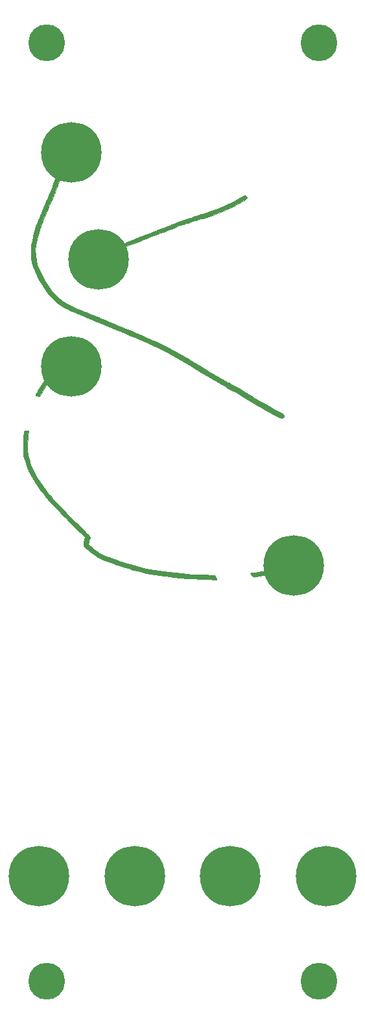
<source format=gbr>
G04 #@! TF.GenerationSoftware,KiCad,Pcbnew,5.1.10-88a1d61d58~88~ubuntu20.04.1*
G04 #@! TF.CreationDate,2021-04-30T11:29:13-07:00*
G04 #@! TF.ProjectId,foundationPanel,666f756e-6461-4746-996f-6e50616e656c,rev?*
G04 #@! TF.SameCoordinates,Original*
G04 #@! TF.FileFunction,Copper,L1,Top*
G04 #@! TF.FilePolarity,Positive*
%FSLAX46Y46*%
G04 Gerber Fmt 4.6, Leading zero omitted, Abs format (unit mm)*
G04 Created by KiCad (PCBNEW 5.1.10-88a1d61d58~88~ubuntu20.04.1) date 2021-04-30 11:29:13*
%MOMM*%
%LPD*%
G01*
G04 APERTURE LIST*
G04 #@! TA.AperFunction,EtchedComponent*
%ADD10C,0.010000*%
G04 #@! TD*
G04 #@! TA.AperFunction,ComponentPad*
%ADD11C,7.900000*%
G04 #@! TD*
G04 #@! TA.AperFunction,ComponentPad*
%ADD12C,4.800000*%
G04 #@! TD*
G04 APERTURE END LIST*
D10*
G36*
X32241189Y96324461D02*
G01*
X32337014Y96234297D01*
X32381296Y96112359D01*
X32362101Y95981829D01*
X32329083Y95925820D01*
X32265710Y95870790D01*
X32138886Y95782912D01*
X31959977Y95668972D01*
X31740348Y95535758D01*
X31491364Y95390057D01*
X31224390Y95238655D01*
X30950792Y95088341D01*
X30731000Y94971455D01*
X30102283Y94661323D01*
X29410303Y94353665D01*
X28676257Y94056896D01*
X27921338Y93779430D01*
X27166743Y93529683D01*
X26878666Y93442070D01*
X26589080Y93356212D01*
X26345493Y93283674D01*
X26133056Y93219839D01*
X25936919Y93160090D01*
X25742232Y93099808D01*
X25534145Y93034376D01*
X25297809Y92959177D01*
X25018373Y92869593D01*
X24680989Y92761007D01*
X24476499Y92695106D01*
X24124058Y92577598D01*
X23726755Y92438658D01*
X23315477Y92289505D01*
X22921110Y92141354D01*
X22574540Y92005420D01*
X22550332Y91995623D01*
X22217337Y91862089D01*
X21846529Y91716044D01*
X21466185Y91568452D01*
X21104581Y91430279D01*
X20789992Y91312489D01*
X20761500Y91301992D01*
X20256747Y91114767D01*
X19735612Y90918445D01*
X19206467Y90716375D01*
X18677683Y90511903D01*
X18157631Y90308376D01*
X17654683Y90109140D01*
X17177209Y89917544D01*
X16733581Y89736932D01*
X16332170Y89570654D01*
X15981347Y89422054D01*
X15689485Y89294481D01*
X15464954Y89191281D01*
X15388223Y89153740D01*
X15088565Y89009100D01*
X14809588Y88886203D01*
X14566127Y88791042D01*
X14373017Y88729609D01*
X14296535Y88712835D01*
X14188698Y88702766D01*
X14129640Y88728362D01*
X14089886Y88795289D01*
X14061538Y88898056D01*
X14065721Y88969232D01*
X14111018Y89007550D01*
X14223428Y89075521D01*
X14392835Y89168094D01*
X14609125Y89280219D01*
X14862184Y89406845D01*
X15141894Y89542924D01*
X15438143Y89683404D01*
X15740813Y89823236D01*
X16039791Y89957368D01*
X16082538Y89976177D01*
X16248800Y90047334D01*
X16478770Y90143158D01*
X16757306Y90257476D01*
X17069265Y90384117D01*
X17399506Y90516906D01*
X17732887Y90649673D01*
X17797038Y90675060D01*
X18136305Y90809170D01*
X18481932Y90945790D01*
X18817343Y91078368D01*
X19125961Y91200351D01*
X19391209Y91305188D01*
X19596511Y91386325D01*
X19618500Y91395015D01*
X19894210Y91502373D01*
X20211278Y91623322D01*
X20531213Y91743306D01*
X20815520Y91847771D01*
X20825000Y91851202D01*
X21061158Y91938886D01*
X21350875Y92050010D01*
X21669742Y92175004D01*
X21993353Y92304295D01*
X22297298Y92428314D01*
X22306666Y92432188D01*
X22584533Y92543297D01*
X22921977Y92672072D01*
X23297802Y92810798D01*
X23690815Y92951757D01*
X24079820Y93087233D01*
X24423333Y93202830D01*
X24738546Y93307264D01*
X25032808Y93405773D01*
X25295092Y93494586D01*
X25514371Y93569934D01*
X25679618Y93628045D01*
X25779808Y93665151D01*
X25799166Y93673252D01*
X25881413Y93704878D01*
X26028391Y93755075D01*
X26223621Y93818461D01*
X26450624Y93889657D01*
X26624666Y93942786D01*
X27729162Y94299797D01*
X28758073Y94682084D01*
X29717391Y95092254D01*
X30613106Y95532917D01*
X31451210Y96006681D01*
X31660090Y96135397D01*
X31821683Y96231394D01*
X31964957Y96306867D01*
X32069798Y96351692D01*
X32105754Y96359667D01*
X32241189Y96324461D01*
G37*
X32241189Y96324461D02*
X32337014Y96234297D01*
X32381296Y96112359D01*
X32362101Y95981829D01*
X32329083Y95925820D01*
X32265710Y95870790D01*
X32138886Y95782912D01*
X31959977Y95668972D01*
X31740348Y95535758D01*
X31491364Y95390057D01*
X31224390Y95238655D01*
X30950792Y95088341D01*
X30731000Y94971455D01*
X30102283Y94661323D01*
X29410303Y94353665D01*
X28676257Y94056896D01*
X27921338Y93779430D01*
X27166743Y93529683D01*
X26878666Y93442070D01*
X26589080Y93356212D01*
X26345493Y93283674D01*
X26133056Y93219839D01*
X25936919Y93160090D01*
X25742232Y93099808D01*
X25534145Y93034376D01*
X25297809Y92959177D01*
X25018373Y92869593D01*
X24680989Y92761007D01*
X24476499Y92695106D01*
X24124058Y92577598D01*
X23726755Y92438658D01*
X23315477Y92289505D01*
X22921110Y92141354D01*
X22574540Y92005420D01*
X22550332Y91995623D01*
X22217337Y91862089D01*
X21846529Y91716044D01*
X21466185Y91568452D01*
X21104581Y91430279D01*
X20789992Y91312489D01*
X20761500Y91301992D01*
X20256747Y91114767D01*
X19735612Y90918445D01*
X19206467Y90716375D01*
X18677683Y90511903D01*
X18157631Y90308376D01*
X17654683Y90109140D01*
X17177209Y89917544D01*
X16733581Y89736932D01*
X16332170Y89570654D01*
X15981347Y89422054D01*
X15689485Y89294481D01*
X15464954Y89191281D01*
X15388223Y89153740D01*
X15088565Y89009100D01*
X14809588Y88886203D01*
X14566127Y88791042D01*
X14373017Y88729609D01*
X14296535Y88712835D01*
X14188698Y88702766D01*
X14129640Y88728362D01*
X14089886Y88795289D01*
X14061538Y88898056D01*
X14065721Y88969232D01*
X14111018Y89007550D01*
X14223428Y89075521D01*
X14392835Y89168094D01*
X14609125Y89280219D01*
X14862184Y89406845D01*
X15141894Y89542924D01*
X15438143Y89683404D01*
X15740813Y89823236D01*
X16039791Y89957368D01*
X16082538Y89976177D01*
X16248800Y90047334D01*
X16478770Y90143158D01*
X16757306Y90257476D01*
X17069265Y90384117D01*
X17399506Y90516906D01*
X17732887Y90649673D01*
X17797038Y90675060D01*
X18136305Y90809170D01*
X18481932Y90945790D01*
X18817343Y91078368D01*
X19125961Y91200351D01*
X19391209Y91305188D01*
X19596511Y91386325D01*
X19618500Y91395015D01*
X19894210Y91502373D01*
X20211278Y91623322D01*
X20531213Y91743306D01*
X20815520Y91847771D01*
X20825000Y91851202D01*
X21061158Y91938886D01*
X21350875Y92050010D01*
X21669742Y92175004D01*
X21993353Y92304295D01*
X22297298Y92428314D01*
X22306666Y92432188D01*
X22584533Y92543297D01*
X22921977Y92672072D01*
X23297802Y92810798D01*
X23690815Y92951757D01*
X24079820Y93087233D01*
X24423333Y93202830D01*
X24738546Y93307264D01*
X25032808Y93405773D01*
X25295092Y93494586D01*
X25514371Y93569934D01*
X25679618Y93628045D01*
X25779808Y93665151D01*
X25799166Y93673252D01*
X25881413Y93704878D01*
X26028391Y93755075D01*
X26223621Y93818461D01*
X26450624Y93889657D01*
X26624666Y93942786D01*
X27729162Y94299797D01*
X28758073Y94682084D01*
X29717391Y95092254D01*
X30613106Y95532917D01*
X31451210Y96006681D01*
X31660090Y96135397D01*
X31821683Y96231394D01*
X31964957Y96306867D01*
X32069798Y96351692D01*
X32105754Y96359667D01*
X32241189Y96324461D01*
G36*
X9678812Y75325022D02*
G01*
X9766259Y75252103D01*
X9812290Y75176574D01*
X9838003Y75045488D01*
X9782674Y74933073D01*
X9648352Y74841741D01*
X9478475Y74783708D01*
X9228198Y74700429D01*
X8943662Y74573419D01*
X8652110Y74417130D01*
X8380786Y74246019D01*
X8181416Y74095525D01*
X7964649Y73892568D01*
X7716140Y73624406D01*
X7443210Y73300952D01*
X7153181Y72932118D01*
X6853374Y72527815D01*
X6551110Y72097957D01*
X6253710Y71652455D01*
X5968495Y71201222D01*
X5702786Y70754169D01*
X5666336Y70690323D01*
X5362573Y70155333D01*
X5166870Y70161099D01*
X5025202Y70168627D01*
X4904954Y70180577D01*
X4875916Y70185210D01*
X4801691Y70208356D01*
X4780666Y70227150D01*
X4800677Y70275879D01*
X4855864Y70384565D01*
X4938956Y70539905D01*
X5042686Y70728596D01*
X5159785Y70937335D01*
X5282982Y71152821D01*
X5342881Y71256000D01*
X5469067Y71463625D01*
X5633980Y71722304D01*
X5826088Y72014955D01*
X6033860Y72324497D01*
X6245762Y72633848D01*
X6450263Y72925927D01*
X6635830Y73183652D01*
X6728188Y73307941D01*
X7029057Y73695145D01*
X7301313Y74018166D01*
X7556386Y74287419D01*
X7805706Y74513320D01*
X8060701Y74706285D01*
X8332803Y74876729D01*
X8611833Y75024460D01*
X8934513Y75176468D01*
X9194955Y75281566D01*
X9400755Y75340716D01*
X9559509Y75354880D01*
X9678812Y75325022D01*
G37*
X9678812Y75325022D02*
X9766259Y75252103D01*
X9812290Y75176574D01*
X9838003Y75045488D01*
X9782674Y74933073D01*
X9648352Y74841741D01*
X9478475Y74783708D01*
X9228198Y74700429D01*
X8943662Y74573419D01*
X8652110Y74417130D01*
X8380786Y74246019D01*
X8181416Y74095525D01*
X7964649Y73892568D01*
X7716140Y73624406D01*
X7443210Y73300952D01*
X7153181Y72932118D01*
X6853374Y72527815D01*
X6551110Y72097957D01*
X6253710Y71652455D01*
X5968495Y71201222D01*
X5702786Y70754169D01*
X5666336Y70690323D01*
X5362573Y70155333D01*
X5166870Y70161099D01*
X5025202Y70168627D01*
X4904954Y70180577D01*
X4875916Y70185210D01*
X4801691Y70208356D01*
X4780666Y70227150D01*
X4800677Y70275879D01*
X4855864Y70384565D01*
X4938956Y70539905D01*
X5042686Y70728596D01*
X5159785Y70937335D01*
X5282982Y71152821D01*
X5342881Y71256000D01*
X5469067Y71463625D01*
X5633980Y71722304D01*
X5826088Y72014955D01*
X6033860Y72324497D01*
X6245762Y72633848D01*
X6450263Y72925927D01*
X6635830Y73183652D01*
X6728188Y73307941D01*
X7029057Y73695145D01*
X7301313Y74018166D01*
X7556386Y74287419D01*
X7805706Y74513320D01*
X8060701Y74706285D01*
X8332803Y74876729D01*
X8611833Y75024460D01*
X8934513Y75176468D01*
X9194955Y75281566D01*
X9400755Y75340716D01*
X9559509Y75354880D01*
X9678812Y75325022D01*
G36*
X8467409Y101467613D02*
G01*
X8557391Y101377027D01*
X8590370Y101259750D01*
X8580600Y101174607D01*
X8554965Y101034400D01*
X8518520Y100866109D01*
X8509038Y100825833D01*
X8472117Y100662760D01*
X8424794Y100440837D01*
X8372127Y100184459D01*
X8319175Y99918021D01*
X8296506Y99800845D01*
X8224126Y99441640D01*
X8149439Y99114297D01*
X8066516Y98798009D01*
X7969427Y98471969D01*
X7852242Y98115371D01*
X7709032Y97707407D01*
X7665538Y97586869D01*
X7549313Y97267130D01*
X7453734Y97007724D01*
X7370935Y96789262D01*
X7293052Y96592355D01*
X7212219Y96397615D01*
X7120571Y96185651D01*
X7010244Y95937077D01*
X6873372Y95632501D01*
X6867213Y95618833D01*
X6750082Y95356678D01*
X6637924Y95101575D01*
X6538097Y94870571D01*
X6457961Y94680710D01*
X6404874Y94549038D01*
X6401188Y94539333D01*
X6355730Y94424202D01*
X6282505Y94245531D01*
X6187434Y94017457D01*
X6076437Y93754117D01*
X5955435Y93469647D01*
X5858820Y93244286D01*
X5568495Y92535982D01*
X5328015Y91872675D01*
X5131703Y91235443D01*
X4973885Y90605364D01*
X4848882Y89963514D01*
X4818635Y89776833D01*
X4763814Y89172940D01*
X4779857Y88546946D01*
X4864586Y87919567D01*
X5015823Y87311521D01*
X5105577Y87048168D01*
X5469504Y86186913D01*
X5904264Y85364795D01*
X6405582Y84588627D01*
X6969179Y83865223D01*
X7401697Y83390557D01*
X7652912Y83139935D01*
X7898108Y82913439D01*
X8145787Y82706145D01*
X8404448Y82513132D01*
X8682590Y82329475D01*
X8988714Y82150253D01*
X9331319Y81970543D01*
X9718906Y81785422D01*
X10159974Y81589968D01*
X10663022Y81379256D01*
X11236552Y81148366D01*
X11352203Y81102594D01*
X11688157Y80968771D01*
X12041044Y80826161D01*
X12390557Y80683112D01*
X12716389Y80547975D01*
X12998232Y80429099D01*
X13162666Y80358201D01*
X13459823Y80230328D01*
X13798768Y80087700D01*
X14144060Y79945043D01*
X14460259Y79817088D01*
X14559666Y79777646D01*
X15018812Y79595134D01*
X15516800Y79394377D01*
X16037479Y79182072D01*
X16564701Y78964911D01*
X17082317Y78749589D01*
X17574177Y78542801D01*
X18024132Y78351241D01*
X18416032Y78181603D01*
X18517833Y78136885D01*
X18829996Y77999305D01*
X19169267Y77849950D01*
X19509877Y77700152D01*
X19826059Y77561243D01*
X20092048Y77444555D01*
X20105333Y77438733D01*
X20396138Y77307088D01*
X20745911Y77141807D01*
X21139650Y76950452D01*
X21562353Y76740580D01*
X21999017Y76519750D01*
X22434641Y76295522D01*
X22854222Y76075454D01*
X23242759Y75867105D01*
X23449666Y75753673D01*
X23850554Y75529643D01*
X24227154Y75314346D01*
X24596813Y75097408D01*
X24976874Y74868455D01*
X25384683Y74617114D01*
X25837582Y74333010D01*
X26053166Y74196505D01*
X26370496Y73997295D01*
X26714884Y73784862D01*
X27065233Y73571964D01*
X27400445Y73371359D01*
X27699422Y73195808D01*
X27864067Y73101330D01*
X28149362Y72938383D01*
X28456290Y72760858D01*
X28760501Y72582988D01*
X29037641Y72419004D01*
X29248577Y72292147D01*
X29449620Y72171372D01*
X29626741Y72067930D01*
X29766816Y71989251D01*
X29856722Y71942767D01*
X29882251Y71933333D01*
X29933922Y71914033D01*
X30047422Y71860492D01*
X30210380Y71779251D01*
X30410428Y71676849D01*
X30635196Y71559828D01*
X30872314Y71434728D01*
X31109412Y71308090D01*
X31334123Y71186452D01*
X31534074Y71076357D01*
X31696898Y70984344D01*
X31810225Y70916953D01*
X31836265Y70900153D01*
X32198086Y70658523D01*
X32512405Y70451954D01*
X32800936Y70266753D01*
X33085396Y70089222D01*
X33387499Y69905666D01*
X33728961Y69702389D01*
X33828123Y69643877D01*
X34244957Y69400222D01*
X34674046Y69152992D01*
X35102711Y68909265D01*
X35518276Y68676121D01*
X35908062Y68460636D01*
X36259392Y68269890D01*
X36559590Y68110961D01*
X36729120Y68024136D01*
X36968770Y67893786D01*
X37131685Y67778863D01*
X37222732Y67672225D01*
X37246781Y67566730D01*
X37208699Y67455236D01*
X37162594Y67388209D01*
X37098565Y67322578D01*
X37024134Y67285180D01*
X36929491Y67278432D01*
X36804826Y67304747D01*
X36640331Y67366543D01*
X36426196Y67466234D01*
X36152614Y67606236D01*
X36043833Y67663703D01*
X35589488Y67908295D01*
X35110568Y68172092D01*
X34618792Y68448249D01*
X34125881Y68729925D01*
X33643557Y69010278D01*
X33183539Y69282463D01*
X32757548Y69539640D01*
X32377304Y69774964D01*
X32054530Y69981595D01*
X31916333Y70073376D01*
X31684882Y70222274D01*
X31410511Y70387533D01*
X31126889Y70549431D01*
X30867691Y70688249D01*
X30858000Y70693200D01*
X30673019Y70791046D01*
X30430936Y70924514D01*
X30146836Y71084986D01*
X29835806Y71263842D01*
X29512930Y71452464D01*
X29193294Y71642233D01*
X29122333Y71684829D01*
X28803680Y71875702D01*
X28477051Y72069861D01*
X28157880Y72258237D01*
X27861603Y72431760D01*
X27603655Y72581362D01*
X27399472Y72697974D01*
X27365500Y72717069D01*
X27134566Y72849546D01*
X26856946Y73013780D01*
X26556807Y73195180D01*
X26258318Y73379153D01*
X26010833Y73535013D01*
X24790743Y74294709D01*
X23611832Y74990434D01*
X22465610Y75626783D01*
X21343589Y76208354D01*
X20237277Y76739743D01*
X19406833Y77110674D01*
X19109386Y77239603D01*
X18804992Y77372181D01*
X18513148Y77499873D01*
X18253351Y77614140D01*
X18045098Y77706444D01*
X17988666Y77731681D01*
X17811389Y77809464D01*
X17568507Y77913466D01*
X17272976Y78038335D01*
X16937751Y78178719D01*
X16575789Y78329267D01*
X16200045Y78484628D01*
X15823474Y78639448D01*
X15459033Y78788378D01*
X15119677Y78926065D01*
X14818362Y79047158D01*
X14568044Y79146305D01*
X14496166Y79174331D01*
X14317319Y79245439D01*
X14079826Y79342434D01*
X13802680Y79457417D01*
X13504868Y79582491D01*
X13205382Y79709759D01*
X13099166Y79755300D01*
X12787878Y79887500D01*
X12422495Y80040026D01*
X12027889Y80202662D01*
X11628930Y80365192D01*
X11250491Y80517398D01*
X11053909Y80595457D01*
X10403221Y80857461D01*
X9833869Y81097592D01*
X9345449Y81316030D01*
X8937554Y81512955D01*
X8643830Y81669198D01*
X8103594Y82013597D01*
X7567480Y82432383D01*
X7044958Y82915445D01*
X6545501Y83452672D01*
X6078580Y84033953D01*
X5653666Y84649177D01*
X5316080Y85221532D01*
X4981733Y85868711D01*
X4708631Y86471617D01*
X4494974Y87042484D01*
X4338959Y87593547D01*
X4238783Y88137044D01*
X4192645Y88685208D01*
X4198741Y89250276D01*
X4255271Y89844483D01*
X4360430Y90480064D01*
X4467726Y90980897D01*
X4587425Y91464058D01*
X4715319Y91906524D01*
X4861308Y92338092D01*
X5035293Y92788555D01*
X5193041Y93163500D01*
X5299172Y93410878D01*
X5426396Y93710666D01*
X5563776Y94036897D01*
X5700376Y94363609D01*
X5817146Y94645167D01*
X5941319Y94942806D01*
X6075162Y95258076D01*
X6208256Y95566802D01*
X6330181Y95844807D01*
X6428414Y96063333D01*
X6556596Y96354620D01*
X6698983Y96697822D01*
X6848812Y97074913D01*
X6999320Y97467864D01*
X7143743Y97858647D01*
X7275318Y98229234D01*
X7387282Y98561598D01*
X7472872Y98837709D01*
X7484522Y98878500D01*
X7540876Y99093403D01*
X7605198Y99361710D01*
X7670621Y99653469D01*
X7730277Y99938728D01*
X7746592Y100021500D01*
X7825568Y100421117D01*
X7893118Y100744158D01*
X7951037Y100997678D01*
X8001118Y101188729D01*
X8045153Y101324364D01*
X8084938Y101411638D01*
X8108484Y101444806D01*
X8217589Y101511243D01*
X8345687Y101515598D01*
X8467409Y101467613D01*
G37*
X8467409Y101467613D02*
X8557391Y101377027D01*
X8590370Y101259750D01*
X8580600Y101174607D01*
X8554965Y101034400D01*
X8518520Y100866109D01*
X8509038Y100825833D01*
X8472117Y100662760D01*
X8424794Y100440837D01*
X8372127Y100184459D01*
X8319175Y99918021D01*
X8296506Y99800845D01*
X8224126Y99441640D01*
X8149439Y99114297D01*
X8066516Y98798009D01*
X7969427Y98471969D01*
X7852242Y98115371D01*
X7709032Y97707407D01*
X7665538Y97586869D01*
X7549313Y97267130D01*
X7453734Y97007724D01*
X7370935Y96789262D01*
X7293052Y96592355D01*
X7212219Y96397615D01*
X7120571Y96185651D01*
X7010244Y95937077D01*
X6873372Y95632501D01*
X6867213Y95618833D01*
X6750082Y95356678D01*
X6637924Y95101575D01*
X6538097Y94870571D01*
X6457961Y94680710D01*
X6404874Y94549038D01*
X6401188Y94539333D01*
X6355730Y94424202D01*
X6282505Y94245531D01*
X6187434Y94017457D01*
X6076437Y93754117D01*
X5955435Y93469647D01*
X5858820Y93244286D01*
X5568495Y92535982D01*
X5328015Y91872675D01*
X5131703Y91235443D01*
X4973885Y90605364D01*
X4848882Y89963514D01*
X4818635Y89776833D01*
X4763814Y89172940D01*
X4779857Y88546946D01*
X4864586Y87919567D01*
X5015823Y87311521D01*
X5105577Y87048168D01*
X5469504Y86186913D01*
X5904264Y85364795D01*
X6405582Y84588627D01*
X6969179Y83865223D01*
X7401697Y83390557D01*
X7652912Y83139935D01*
X7898108Y82913439D01*
X8145787Y82706145D01*
X8404448Y82513132D01*
X8682590Y82329475D01*
X8988714Y82150253D01*
X9331319Y81970543D01*
X9718906Y81785422D01*
X10159974Y81589968D01*
X10663022Y81379256D01*
X11236552Y81148366D01*
X11352203Y81102594D01*
X11688157Y80968771D01*
X12041044Y80826161D01*
X12390557Y80683112D01*
X12716389Y80547975D01*
X12998232Y80429099D01*
X13162666Y80358201D01*
X13459823Y80230328D01*
X13798768Y80087700D01*
X14144060Y79945043D01*
X14460259Y79817088D01*
X14559666Y79777646D01*
X15018812Y79595134D01*
X15516800Y79394377D01*
X16037479Y79182072D01*
X16564701Y78964911D01*
X17082317Y78749589D01*
X17574177Y78542801D01*
X18024132Y78351241D01*
X18416032Y78181603D01*
X18517833Y78136885D01*
X18829996Y77999305D01*
X19169267Y77849950D01*
X19509877Y77700152D01*
X19826059Y77561243D01*
X20092048Y77444555D01*
X20105333Y77438733D01*
X20396138Y77307088D01*
X20745911Y77141807D01*
X21139650Y76950452D01*
X21562353Y76740580D01*
X21999017Y76519750D01*
X22434641Y76295522D01*
X22854222Y76075454D01*
X23242759Y75867105D01*
X23449666Y75753673D01*
X23850554Y75529643D01*
X24227154Y75314346D01*
X24596813Y75097408D01*
X24976874Y74868455D01*
X25384683Y74617114D01*
X25837582Y74333010D01*
X26053166Y74196505D01*
X26370496Y73997295D01*
X26714884Y73784862D01*
X27065233Y73571964D01*
X27400445Y73371359D01*
X27699422Y73195808D01*
X27864067Y73101330D01*
X28149362Y72938383D01*
X28456290Y72760858D01*
X28760501Y72582988D01*
X29037641Y72419004D01*
X29248577Y72292147D01*
X29449620Y72171372D01*
X29626741Y72067930D01*
X29766816Y71989251D01*
X29856722Y71942767D01*
X29882251Y71933333D01*
X29933922Y71914033D01*
X30047422Y71860492D01*
X30210380Y71779251D01*
X30410428Y71676849D01*
X30635196Y71559828D01*
X30872314Y71434728D01*
X31109412Y71308090D01*
X31334123Y71186452D01*
X31534074Y71076357D01*
X31696898Y70984344D01*
X31810225Y70916953D01*
X31836265Y70900153D01*
X32198086Y70658523D01*
X32512405Y70451954D01*
X32800936Y70266753D01*
X33085396Y70089222D01*
X33387499Y69905666D01*
X33728961Y69702389D01*
X33828123Y69643877D01*
X34244957Y69400222D01*
X34674046Y69152992D01*
X35102711Y68909265D01*
X35518276Y68676121D01*
X35908062Y68460636D01*
X36259392Y68269890D01*
X36559590Y68110961D01*
X36729120Y68024136D01*
X36968770Y67893786D01*
X37131685Y67778863D01*
X37222732Y67672225D01*
X37246781Y67566730D01*
X37208699Y67455236D01*
X37162594Y67388209D01*
X37098565Y67322578D01*
X37024134Y67285180D01*
X36929491Y67278432D01*
X36804826Y67304747D01*
X36640331Y67366543D01*
X36426196Y67466234D01*
X36152614Y67606236D01*
X36043833Y67663703D01*
X35589488Y67908295D01*
X35110568Y68172092D01*
X34618792Y68448249D01*
X34125881Y68729925D01*
X33643557Y69010278D01*
X33183539Y69282463D01*
X32757548Y69539640D01*
X32377304Y69774964D01*
X32054530Y69981595D01*
X31916333Y70073376D01*
X31684882Y70222274D01*
X31410511Y70387533D01*
X31126889Y70549431D01*
X30867691Y70688249D01*
X30858000Y70693200D01*
X30673019Y70791046D01*
X30430936Y70924514D01*
X30146836Y71084986D01*
X29835806Y71263842D01*
X29512930Y71452464D01*
X29193294Y71642233D01*
X29122333Y71684829D01*
X28803680Y71875702D01*
X28477051Y72069861D01*
X28157880Y72258237D01*
X27861603Y72431760D01*
X27603655Y72581362D01*
X27399472Y72697974D01*
X27365500Y72717069D01*
X27134566Y72849546D01*
X26856946Y73013780D01*
X26556807Y73195180D01*
X26258318Y73379153D01*
X26010833Y73535013D01*
X24790743Y74294709D01*
X23611832Y74990434D01*
X22465610Y75626783D01*
X21343589Y76208354D01*
X20237277Y76739743D01*
X19406833Y77110674D01*
X19109386Y77239603D01*
X18804992Y77372181D01*
X18513148Y77499873D01*
X18253351Y77614140D01*
X18045098Y77706444D01*
X17988666Y77731681D01*
X17811389Y77809464D01*
X17568507Y77913466D01*
X17272976Y78038335D01*
X16937751Y78178719D01*
X16575789Y78329267D01*
X16200045Y78484628D01*
X15823474Y78639448D01*
X15459033Y78788378D01*
X15119677Y78926065D01*
X14818362Y79047158D01*
X14568044Y79146305D01*
X14496166Y79174331D01*
X14317319Y79245439D01*
X14079826Y79342434D01*
X13802680Y79457417D01*
X13504868Y79582491D01*
X13205382Y79709759D01*
X13099166Y79755300D01*
X12787878Y79887500D01*
X12422495Y80040026D01*
X12027889Y80202662D01*
X11628930Y80365192D01*
X11250491Y80517398D01*
X11053909Y80595457D01*
X10403221Y80857461D01*
X9833869Y81097592D01*
X9345449Y81316030D01*
X8937554Y81512955D01*
X8643830Y81669198D01*
X8103594Y82013597D01*
X7567480Y82432383D01*
X7044958Y82915445D01*
X6545501Y83452672D01*
X6078580Y84033953D01*
X5653666Y84649177D01*
X5316080Y85221532D01*
X4981733Y85868711D01*
X4708631Y86471617D01*
X4494974Y87042484D01*
X4338959Y87593547D01*
X4238783Y88137044D01*
X4192645Y88685208D01*
X4198741Y89250276D01*
X4255271Y89844483D01*
X4360430Y90480064D01*
X4467726Y90980897D01*
X4587425Y91464058D01*
X4715319Y91906524D01*
X4861308Y92338092D01*
X5035293Y92788555D01*
X5193041Y93163500D01*
X5299172Y93410878D01*
X5426396Y93710666D01*
X5563776Y94036897D01*
X5700376Y94363609D01*
X5817146Y94645167D01*
X5941319Y94942806D01*
X6075162Y95258076D01*
X6208256Y95566802D01*
X6330181Y95844807D01*
X6428414Y96063333D01*
X6556596Y96354620D01*
X6698983Y96697822D01*
X6848812Y97074913D01*
X6999320Y97467864D01*
X7143743Y97858647D01*
X7275318Y98229234D01*
X7387282Y98561598D01*
X7472872Y98837709D01*
X7484522Y98878500D01*
X7540876Y99093403D01*
X7605198Y99361710D01*
X7670621Y99653469D01*
X7730277Y99938728D01*
X7746592Y100021500D01*
X7825568Y100421117D01*
X7893118Y100744158D01*
X7951037Y100997678D01*
X8001118Y101188729D01*
X8045153Y101324364D01*
X8084938Y101411638D01*
X8108484Y101444806D01*
X8217589Y101511243D01*
X8345687Y101515598D01*
X8467409Y101467613D01*
G36*
X39599660Y48307461D02*
G01*
X39672617Y48278106D01*
X39724054Y48224775D01*
X39745426Y48189143D01*
X39788960Y48083128D01*
X39790463Y47993915D01*
X39742779Y47916287D01*
X39638750Y47845025D01*
X39471220Y47774909D01*
X39233033Y47700723D01*
X38984661Y47634388D01*
X38657698Y47554854D01*
X38259509Y47464674D01*
X37802519Y47366253D01*
X37299155Y47262000D01*
X36761844Y47154321D01*
X36203014Y47045623D01*
X35635090Y46938315D01*
X35070501Y46834802D01*
X34521672Y46737492D01*
X34001030Y46648792D01*
X33521003Y46571109D01*
X33393242Y46551304D01*
X33311599Y46543828D01*
X33246085Y46559067D01*
X33176315Y46609139D01*
X33081907Y46706161D01*
X33023482Y46771143D01*
X32922385Y46887513D01*
X32849704Y46976855D01*
X32818315Y47023177D01*
X32818246Y47026024D01*
X32861970Y47036143D01*
X32974143Y47056006D01*
X33139441Y47083056D01*
X33342544Y47114736D01*
X33420838Y47126611D01*
X33870491Y47197397D01*
X34372709Y47281845D01*
X34913469Y47377226D01*
X35478744Y47480812D01*
X36054511Y47589876D01*
X36626745Y47701688D01*
X37181421Y47813520D01*
X37704515Y47922644D01*
X38182002Y48026331D01*
X38599857Y48121854D01*
X38854348Y48183649D01*
X39132528Y48250934D01*
X39341530Y48293948D01*
X39493269Y48312766D01*
X39599660Y48307461D01*
G37*
X39599660Y48307461D02*
X39672617Y48278106D01*
X39724054Y48224775D01*
X39745426Y48189143D01*
X39788960Y48083128D01*
X39790463Y47993915D01*
X39742779Y47916287D01*
X39638750Y47845025D01*
X39471220Y47774909D01*
X39233033Y47700723D01*
X38984661Y47634388D01*
X38657698Y47554854D01*
X38259509Y47464674D01*
X37802519Y47366253D01*
X37299155Y47262000D01*
X36761844Y47154321D01*
X36203014Y47045623D01*
X35635090Y46938315D01*
X35070501Y46834802D01*
X34521672Y46737492D01*
X34001030Y46648792D01*
X33521003Y46571109D01*
X33393242Y46551304D01*
X33311599Y46543828D01*
X33246085Y46559067D01*
X33176315Y46609139D01*
X33081907Y46706161D01*
X33023482Y46771143D01*
X32922385Y46887513D01*
X32849704Y46976855D01*
X32818315Y47023177D01*
X32818246Y47026024D01*
X32861970Y47036143D01*
X32974143Y47056006D01*
X33139441Y47083056D01*
X33342544Y47114736D01*
X33420838Y47126611D01*
X33870491Y47197397D01*
X34372709Y47281845D01*
X34913469Y47377226D01*
X35478744Y47480812D01*
X36054511Y47589876D01*
X36626745Y47701688D01*
X37181421Y47813520D01*
X37704515Y47922644D01*
X38182002Y48026331D01*
X38599857Y48121854D01*
X38854348Y48183649D01*
X39132528Y48250934D01*
X39341530Y48293948D01*
X39493269Y48312766D01*
X39599660Y48307461D01*
G36*
X3800527Y65665675D02*
G01*
X3886072Y65655716D01*
X3919705Y65633651D01*
X3917774Y65595005D01*
X3917450Y65593917D01*
X3875379Y65408849D01*
X3837254Y65153967D01*
X3804329Y64844084D01*
X3777856Y64494009D01*
X3759089Y64118555D01*
X3749281Y63732530D01*
X3748184Y63593667D01*
X3749644Y63224588D01*
X3758603Y62918590D01*
X3778271Y62654196D01*
X3811857Y62409928D01*
X3862569Y62164309D01*
X3933618Y61895861D01*
X4028213Y61583109D01*
X4066837Y61461212D01*
X4236527Y61004987D01*
X4466936Y60504057D01*
X4752907Y59966901D01*
X5089283Y59401998D01*
X5470907Y58817830D01*
X5892620Y58222875D01*
X6349266Y57625614D01*
X6554678Y57370684D01*
X6742453Y57144238D01*
X6936235Y56916965D01*
X7141410Y56683176D01*
X7363363Y56437185D01*
X7607479Y56173304D01*
X7879143Y55885846D01*
X8183741Y55569123D01*
X8526656Y55217448D01*
X8913275Y54825133D01*
X9348982Y54386491D01*
X9839163Y53895835D01*
X9941496Y53793669D01*
X10401020Y53333750D01*
X10800861Y52930763D01*
X11140806Y52584931D01*
X11420641Y52296474D01*
X11640154Y52065615D01*
X11799132Y51892575D01*
X11897362Y51777577D01*
X11934631Y51720842D01*
X11935000Y51718172D01*
X11911076Y51617018D01*
X11871176Y51541052D01*
X11832074Y51456477D01*
X11787169Y51316384D01*
X11745210Y51148659D01*
X11739214Y51120447D01*
X11671076Y50790963D01*
X11834788Y50649660D01*
X12149018Y50384466D01*
X12445080Y50149345D01*
X12732841Y49939300D01*
X13022169Y49749333D01*
X13322931Y49574446D01*
X13644996Y49409640D01*
X13998230Y49249918D01*
X14392502Y49090282D01*
X14837679Y48925733D01*
X15343629Y48751274D01*
X15920220Y48561906D01*
X16020166Y48529736D01*
X16746281Y48300467D01*
X17411062Y48099820D01*
X18029259Y47924737D01*
X18615623Y47772159D01*
X19184905Y47639027D01*
X19751855Y47522282D01*
X20331225Y47418866D01*
X20937765Y47325720D01*
X21586227Y47239785D01*
X22291360Y47158002D01*
X22984000Y47085682D01*
X23280439Y47055916D01*
X23580017Y47025708D01*
X23860773Y46997282D01*
X24100752Y46972861D01*
X24275166Y46954961D01*
X24713276Y46912748D01*
X25137517Y46878840D01*
X25569320Y46852017D01*
X26030116Y46831060D01*
X26541338Y46814749D01*
X26878666Y46806737D01*
X27185365Y46799594D01*
X27469992Y46791812D01*
X27719790Y46783831D01*
X27921997Y46776091D01*
X28063855Y46769033D01*
X28129555Y46763602D01*
X28201195Y46745450D01*
X28251655Y46704058D01*
X28295280Y46620108D01*
X28346420Y46474281D01*
X28347970Y46469515D01*
X28437330Y46194667D01*
X27901415Y46203453D01*
X27646375Y46208033D01*
X27374323Y46213571D01*
X27121912Y46219291D01*
X26963333Y46223347D01*
X26254504Y46251117D01*
X25472676Y46296964D01*
X24627398Y46360149D01*
X23728218Y46439931D01*
X22784686Y46535569D01*
X22412500Y46576362D01*
X21679565Y46662016D01*
X21009375Y46749042D01*
X20388030Y46840539D01*
X19801635Y46939607D01*
X19236291Y47049348D01*
X18678100Y47172861D01*
X18113167Y47313248D01*
X17527593Y47473607D01*
X16907480Y47657041D01*
X16238932Y47866648D01*
X15508051Y48105529D01*
X15406333Y48139362D01*
X14811109Y48342985D01*
X14288728Y48533941D01*
X13829196Y48717091D01*
X13422523Y48897290D01*
X13058718Y49079398D01*
X12727787Y49268272D01*
X12419740Y49468770D01*
X12124586Y49685750D01*
X11966954Y49811557D01*
X11779870Y49964430D01*
X11589784Y50119180D01*
X11420531Y50256432D01*
X11308700Y50346593D01*
X11181900Y50452609D01*
X11107937Y50532176D01*
X11071271Y50608781D01*
X11056361Y50705905D01*
X11054571Y50730633D01*
X11058193Y50858337D01*
X11078610Y51037261D01*
X11111926Y51236522D01*
X11128827Y51318848D01*
X11215678Y51716784D01*
X9255119Y53686475D01*
X8760622Y54184086D01*
X8321335Y54628170D01*
X7932010Y55024473D01*
X7587402Y55378744D01*
X7282264Y55696729D01*
X7011349Y55984175D01*
X6769410Y56246831D01*
X6551201Y56490443D01*
X6351476Y56720759D01*
X6164987Y56943526D01*
X5986488Y57164491D01*
X5810734Y57389403D01*
X5632476Y57624007D01*
X5506607Y57792743D01*
X5001719Y58500303D01*
X4565165Y59170376D01*
X4193296Y59810051D01*
X3882460Y60426417D01*
X3629009Y61026559D01*
X3429292Y61617567D01*
X3315052Y62048500D01*
X3248223Y62416716D01*
X3202891Y62848900D01*
X3179101Y63327120D01*
X3176897Y63833440D01*
X3196324Y64349926D01*
X3237426Y64858644D01*
X3300248Y65341659D01*
X3306803Y65382250D01*
X3353741Y65668000D01*
X3646723Y65668000D01*
X3800527Y65665675D01*
G37*
X3800527Y65665675D02*
X3886072Y65655716D01*
X3919705Y65633651D01*
X3917774Y65595005D01*
X3917450Y65593917D01*
X3875379Y65408849D01*
X3837254Y65153967D01*
X3804329Y64844084D01*
X3777856Y64494009D01*
X3759089Y64118555D01*
X3749281Y63732530D01*
X3748184Y63593667D01*
X3749644Y63224588D01*
X3758603Y62918590D01*
X3778271Y62654196D01*
X3811857Y62409928D01*
X3862569Y62164309D01*
X3933618Y61895861D01*
X4028213Y61583109D01*
X4066837Y61461212D01*
X4236527Y61004987D01*
X4466936Y60504057D01*
X4752907Y59966901D01*
X5089283Y59401998D01*
X5470907Y58817830D01*
X5892620Y58222875D01*
X6349266Y57625614D01*
X6554678Y57370684D01*
X6742453Y57144238D01*
X6936235Y56916965D01*
X7141410Y56683176D01*
X7363363Y56437185D01*
X7607479Y56173304D01*
X7879143Y55885846D01*
X8183741Y55569123D01*
X8526656Y55217448D01*
X8913275Y54825133D01*
X9348982Y54386491D01*
X9839163Y53895835D01*
X9941496Y53793669D01*
X10401020Y53333750D01*
X10800861Y52930763D01*
X11140806Y52584931D01*
X11420641Y52296474D01*
X11640154Y52065615D01*
X11799132Y51892575D01*
X11897362Y51777577D01*
X11934631Y51720842D01*
X11935000Y51718172D01*
X11911076Y51617018D01*
X11871176Y51541052D01*
X11832074Y51456477D01*
X11787169Y51316384D01*
X11745210Y51148659D01*
X11739214Y51120447D01*
X11671076Y50790963D01*
X11834788Y50649660D01*
X12149018Y50384466D01*
X12445080Y50149345D01*
X12732841Y49939300D01*
X13022169Y49749333D01*
X13322931Y49574446D01*
X13644996Y49409640D01*
X13998230Y49249918D01*
X14392502Y49090282D01*
X14837679Y48925733D01*
X15343629Y48751274D01*
X15920220Y48561906D01*
X16020166Y48529736D01*
X16746281Y48300467D01*
X17411062Y48099820D01*
X18029259Y47924737D01*
X18615623Y47772159D01*
X19184905Y47639027D01*
X19751855Y47522282D01*
X20331225Y47418866D01*
X20937765Y47325720D01*
X21586227Y47239785D01*
X22291360Y47158002D01*
X22984000Y47085682D01*
X23280439Y47055916D01*
X23580017Y47025708D01*
X23860773Y46997282D01*
X24100752Y46972861D01*
X24275166Y46954961D01*
X24713276Y46912748D01*
X25137517Y46878840D01*
X25569320Y46852017D01*
X26030116Y46831060D01*
X26541338Y46814749D01*
X26878666Y46806737D01*
X27185365Y46799594D01*
X27469992Y46791812D01*
X27719790Y46783831D01*
X27921997Y46776091D01*
X28063855Y46769033D01*
X28129555Y46763602D01*
X28201195Y46745450D01*
X28251655Y46704058D01*
X28295280Y46620108D01*
X28346420Y46474281D01*
X28347970Y46469515D01*
X28437330Y46194667D01*
X27901415Y46203453D01*
X27646375Y46208033D01*
X27374323Y46213571D01*
X27121912Y46219291D01*
X26963333Y46223347D01*
X26254504Y46251117D01*
X25472676Y46296964D01*
X24627398Y46360149D01*
X23728218Y46439931D01*
X22784686Y46535569D01*
X22412500Y46576362D01*
X21679565Y46662016D01*
X21009375Y46749042D01*
X20388030Y46840539D01*
X19801635Y46939607D01*
X19236291Y47049348D01*
X18678100Y47172861D01*
X18113167Y47313248D01*
X17527593Y47473607D01*
X16907480Y47657041D01*
X16238932Y47866648D01*
X15508051Y48105529D01*
X15406333Y48139362D01*
X14811109Y48342985D01*
X14288728Y48533941D01*
X13829196Y48717091D01*
X13422523Y48897290D01*
X13058718Y49079398D01*
X12727787Y49268272D01*
X12419740Y49468770D01*
X12124586Y49685750D01*
X11966954Y49811557D01*
X11779870Y49964430D01*
X11589784Y50119180D01*
X11420531Y50256432D01*
X11308700Y50346593D01*
X11181900Y50452609D01*
X11107937Y50532176D01*
X11071271Y50608781D01*
X11056361Y50705905D01*
X11054571Y50730633D01*
X11058193Y50858337D01*
X11078610Y51037261D01*
X11111926Y51236522D01*
X11128827Y51318848D01*
X11215678Y51716784D01*
X9255119Y53686475D01*
X8760622Y54184086D01*
X8321335Y54628170D01*
X7932010Y55024473D01*
X7587402Y55378744D01*
X7282264Y55696729D01*
X7011349Y55984175D01*
X6769410Y56246831D01*
X6551201Y56490443D01*
X6351476Y56720759D01*
X6164987Y56943526D01*
X5986488Y57164491D01*
X5810734Y57389403D01*
X5632476Y57624007D01*
X5506607Y57792743D01*
X5001719Y58500303D01*
X4565165Y59170376D01*
X4193296Y59810051D01*
X3882460Y60426417D01*
X3629009Y61026559D01*
X3429292Y61617567D01*
X3315052Y62048500D01*
X3248223Y62416716D01*
X3202891Y62848900D01*
X3179101Y63327120D01*
X3176897Y63833440D01*
X3196324Y64349926D01*
X3237426Y64858644D01*
X3300248Y65341659D01*
X3306803Y65382250D01*
X3353741Y65668000D01*
X3646723Y65668000D01*
X3800527Y65665675D01*
D11*
X42750000Y7500000D03*
X13000000Y88000000D03*
X9500000Y74000000D03*
X38500000Y48000000D03*
X5250000Y7500000D03*
X17750000Y7500000D03*
X30250000Y7500000D03*
X9500000Y102000000D03*
D12*
X41810000Y116250000D03*
X41810000Y-6250000D03*
X6250000Y116250000D03*
X6250000Y-6250000D03*
M02*

</source>
